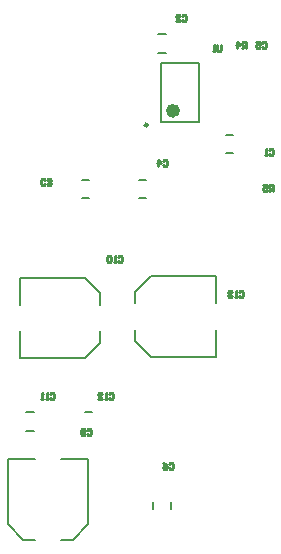
<source format=gbo>
G04*
G04 #@! TF.GenerationSoftware,Altium Limited,Altium Designer,18.1.6 (161)*
G04*
G04 Layer_Color=32896*
%FSLAX25Y25*%
%MOIN*%
G70*
G01*
G75*
%ADD10C,0.00591*%
%ADD11C,0.00787*%
%ADD12C,0.01000*%
%ADD46C,0.02362*%
%ADD47C,0.00984*%
D10*
X85449Y168339D02*
X87811D01*
X85449Y162039D02*
X87811D01*
X62949Y195539D02*
X65311D01*
X62949Y201839D02*
X65311D01*
X18949Y75839D02*
X21311D01*
X18949Y69539D02*
X21311D01*
X38449Y69539D02*
X40811D01*
X38449Y75839D02*
X40811D01*
X37449Y147039D02*
X39811D01*
X37449Y153339D02*
X39811D01*
X56350Y153339D02*
X58713D01*
X56350Y147039D02*
X58713D01*
X60980Y43508D02*
Y45870D01*
X67279Y43508D02*
Y45870D01*
D11*
X55244Y99372D02*
Y103260D01*
Y99372D02*
X60313Y94303D01*
X55244Y116006D02*
X60313Y121075D01*
X55244Y112118D02*
Y116006D01*
X60313Y94303D02*
X82016D01*
Y103260D01*
Y112118D02*
Y121075D01*
X60313D02*
X82016D01*
X43516Y111618D02*
Y115506D01*
X38447Y120575D02*
X43516Y115506D01*
X38447Y93803D02*
X43516Y98872D01*
Y102760D01*
X16744Y120575D02*
X38447D01*
X16744Y111618D02*
Y120575D01*
Y93803D02*
Y102760D01*
Y93803D02*
X38447D01*
X63831Y192032D02*
X76429D01*
X63831Y172346D02*
X76429D01*
Y192032D01*
X63831Y172346D02*
Y192032D01*
X12744Y38372D02*
Y60075D01*
X21701D01*
X30559D02*
X39516D01*
Y38372D02*
Y60075D01*
X17813Y33303D02*
X21701D01*
X12744Y38372D02*
X17813Y33303D01*
X34447D02*
X39516Y38372D01*
X30559Y33303D02*
X34447D01*
D12*
X83768Y198114D02*
Y196447D01*
X83435Y196114D01*
X82769D01*
X82436Y196447D01*
Y198114D01*
X81769Y196114D02*
X81103D01*
X81436D01*
Y198114D01*
X81769Y197780D01*
X101130Y149606D02*
Y151606D01*
X100130D01*
X99797Y151272D01*
Y150606D01*
X100130Y150273D01*
X101130D01*
X100463D02*
X99797Y149606D01*
X97798Y151606D02*
X99131D01*
Y150606D01*
X98464Y150939D01*
X98131D01*
X97798Y150606D01*
Y149940D01*
X98131Y149606D01*
X98797D01*
X99131Y149940D01*
X92155Y197014D02*
Y199013D01*
X91155D01*
X90822Y198680D01*
Y198014D01*
X91155Y197681D01*
X92155D01*
X91489D02*
X90822Y197014D01*
X89156D02*
Y199013D01*
X90156Y198014D01*
X88823D01*
X89797Y115839D02*
X90130Y116173D01*
X90797D01*
X91130Y115839D01*
Y114506D01*
X90797Y114173D01*
X90130D01*
X89797Y114506D01*
X89131Y114173D02*
X88464D01*
X88797D01*
Y116173D01*
X89131Y115839D01*
X87464D02*
X87131Y116173D01*
X86465D01*
X86132Y115839D01*
Y115506D01*
X86465Y115173D01*
X86798D01*
X86465D01*
X86132Y114840D01*
Y114506D01*
X86465Y114173D01*
X87131D01*
X87464Y114506D01*
X46436Y81980D02*
X46769Y82314D01*
X47435D01*
X47769Y81980D01*
Y80647D01*
X47435Y80314D01*
X46769D01*
X46436Y80647D01*
X45769Y80314D02*
X45103D01*
X45436D01*
Y82314D01*
X45769Y81980D01*
X42770Y80314D02*
X44103D01*
X42770Y81647D01*
Y81980D01*
X43103Y82314D01*
X43770D01*
X44103Y81980D01*
X26922D02*
X27255Y82314D01*
X27922D01*
X28255Y81980D01*
Y80647D01*
X27922Y80314D01*
X27255D01*
X26922Y80647D01*
X26256Y80314D02*
X25589D01*
X25923D01*
Y82314D01*
X26256Y81980D01*
X24590Y80314D02*
X23923D01*
X24256D01*
Y82314D01*
X24590Y81980D01*
X49411Y127650D02*
X49744Y127984D01*
X50411D01*
X50744Y127650D01*
Y126318D01*
X50411Y125984D01*
X49744D01*
X49411Y126318D01*
X48745Y125984D02*
X48078D01*
X48412D01*
Y127984D01*
X48745Y127650D01*
X47079D02*
X46745Y127984D01*
X46079D01*
X45746Y127650D01*
Y126318D01*
X46079Y125984D01*
X46745D01*
X47079Y126318D01*
Y127650D01*
X39222Y69980D02*
X39555Y70314D01*
X40222D01*
X40555Y69980D01*
Y68647D01*
X40222Y68314D01*
X39555D01*
X39222Y68647D01*
X38556D02*
X38223Y68314D01*
X37556D01*
X37223Y68647D01*
Y69980D01*
X37556Y70314D01*
X38223D01*
X38556Y69980D01*
Y69647D01*
X38223Y69314D01*
X37223D01*
X66422Y58480D02*
X66755Y58814D01*
X67422D01*
X67755Y58480D01*
Y57147D01*
X67422Y56814D01*
X66755D01*
X66422Y57147D01*
X64423Y58814D02*
X65089Y58480D01*
X65756Y57814D01*
Y57147D01*
X65422Y56814D01*
X64756D01*
X64423Y57147D01*
Y57481D01*
X64756Y57814D01*
X65756D01*
X97322Y198880D02*
X97655Y199214D01*
X98322D01*
X98655Y198880D01*
Y197547D01*
X98322Y197214D01*
X97655D01*
X97322Y197547D01*
X95323Y199214D02*
X96656D01*
Y198214D01*
X95989Y198547D01*
X95656D01*
X95323Y198214D01*
Y197547D01*
X95656Y197214D01*
X96323D01*
X96656Y197547D01*
X64324Y159480D02*
X64657Y159813D01*
X65324D01*
X65657Y159480D01*
Y158147D01*
X65324Y157814D01*
X64657D01*
X64324Y158147D01*
X62658Y157814D02*
Y159813D01*
X63657Y158814D01*
X62324D01*
X24955Y151877D02*
X24622Y151544D01*
X23955D01*
X23622Y151877D01*
Y153210D01*
X23955Y153543D01*
X24622D01*
X24955Y153210D01*
X25621Y151877D02*
X25955Y151544D01*
X26621D01*
X26954Y151877D01*
Y152210D01*
X26621Y152544D01*
X26288D01*
X26621D01*
X26954Y152877D01*
Y153210D01*
X26621Y153543D01*
X25955D01*
X25621Y153210D01*
X70922Y207980D02*
X71255Y208313D01*
X71922D01*
X72255Y207980D01*
Y206647D01*
X71922Y206314D01*
X71255D01*
X70922Y206647D01*
X68923Y206314D02*
X70256D01*
X68923Y207647D01*
Y207980D01*
X69256Y208313D01*
X69923D01*
X70256Y207980D01*
X99797Y163083D02*
X100130Y163417D01*
X100797D01*
X101130Y163083D01*
Y161750D01*
X100797Y161417D01*
X100130D01*
X99797Y161750D01*
X99131Y161417D02*
X98464D01*
X98797D01*
Y163417D01*
X99131Y163083D01*
D46*
X68949Y176284D02*
G03*
X68949Y176284I-1181J0D01*
G01*
D47*
X59323Y171520D02*
G03*
X59323Y171520I-492J0D01*
G01*
M02*

</source>
